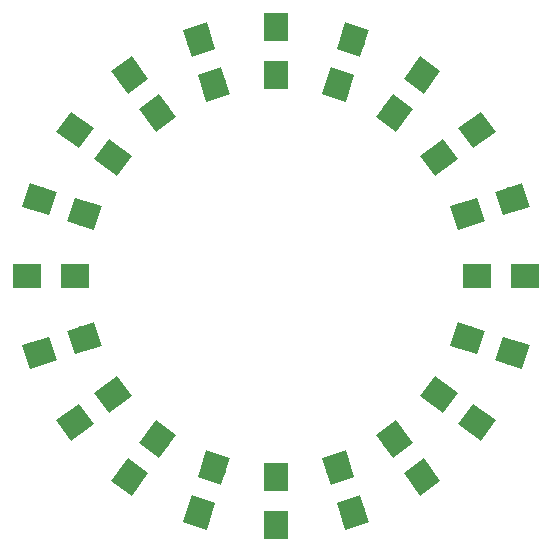
<source format=gts>
G04 #@! TF.GenerationSoftware,KiCad,Pcbnew,(5.1.0-0)*
G04 #@! TF.CreationDate,2019-09-28T00:10:19+01:00*
G04 #@! TF.ProjectId,badge,62616467-652e-46b6-9963-61645f706362,rev?*
G04 #@! TF.SameCoordinates,Original*
G04 #@! TF.FileFunction,Soldermask,Top*
G04 #@! TF.FilePolarity,Negative*
%FSLAX46Y46*%
G04 Gerber Fmt 4.6, Leading zero omitted, Abs format (unit mm)*
G04 Created by KiCad (PCBNEW (5.1.0-0)) date 2019-09-28 00:10:19*
%MOMM*%
%LPD*%
G04 APERTURE LIST*
%ADD10R,2.400000X2.100000*%
%ADD11C,2.100000*%
%ADD12C,0.100000*%
%ADD13R,2.100000X2.400000*%
G04 APERTURE END LIST*
D10*
X226092000Y-73660000D03*
X230092000Y-73660000D03*
D11*
X225257513Y-78928739D03*
D12*
G36*
X223791777Y-79556528D02*
G01*
X224440713Y-77559309D01*
X226723249Y-78300950D01*
X226074313Y-80298169D01*
X223791777Y-79556528D01*
X223791777Y-79556528D01*
G37*
D11*
X229061739Y-80164807D03*
D12*
G36*
X227596003Y-80792596D02*
G01*
X228244939Y-78795377D01*
X230527475Y-79537018D01*
X229878539Y-81534237D01*
X227596003Y-80792596D01*
X227596003Y-80792596D01*
G37*
D11*
X222835739Y-83681738D03*
D12*
G36*
X221247744Y-83825864D02*
G01*
X222482093Y-82126928D01*
X224423734Y-83537612D01*
X223189385Y-85236548D01*
X221247744Y-83825864D01*
X221247744Y-83825864D01*
G37*
D11*
X226071807Y-86032880D03*
D12*
G36*
X224483812Y-86177006D02*
G01*
X225718161Y-84478070D01*
X227659802Y-85888754D01*
X226425453Y-87587690D01*
X224483812Y-86177006D01*
X224483812Y-86177006D01*
G37*
D11*
X219063738Y-87453739D03*
D12*
G36*
X217508928Y-87100093D02*
G01*
X219207864Y-85865744D01*
X220618548Y-87807385D01*
X218919612Y-89041734D01*
X217508928Y-87100093D01*
X217508928Y-87100093D01*
G37*
D11*
X221414880Y-90689807D03*
D12*
G36*
X219860070Y-90336161D02*
G01*
X221559006Y-89101812D01*
X222969690Y-91043453D01*
X221270754Y-92277802D01*
X219860070Y-90336161D01*
X219860070Y-90336161D01*
G37*
D11*
X214310739Y-89875513D03*
D12*
G36*
X212941309Y-89058713D02*
G01*
X214938528Y-88409777D01*
X215680169Y-90692313D01*
X213682950Y-91341249D01*
X212941309Y-89058713D01*
X212941309Y-89058713D01*
G37*
D11*
X215546807Y-93679739D03*
D12*
G36*
X214177377Y-92862939D02*
G01*
X216174596Y-92214003D01*
X216916237Y-94496539D01*
X214919018Y-95145475D01*
X214177377Y-92862939D01*
X214177377Y-92862939D01*
G37*
D13*
X209042000Y-90710000D03*
X209042000Y-94710000D03*
D11*
X203773260Y-89875513D03*
D12*
G36*
X203145471Y-88409777D02*
G01*
X205142690Y-89058713D01*
X204401049Y-91341249D01*
X202403830Y-90692313D01*
X203145471Y-88409777D01*
X203145471Y-88409777D01*
G37*
D11*
X202537192Y-93679739D03*
D12*
G36*
X201909403Y-92214003D02*
G01*
X203906622Y-92862939D01*
X203164981Y-95145475D01*
X201167762Y-94496539D01*
X201909403Y-92214003D01*
X201909403Y-92214003D01*
G37*
D11*
X199020261Y-87453739D03*
D12*
G36*
X198876135Y-85865744D02*
G01*
X200575071Y-87100093D01*
X199164387Y-89041734D01*
X197465451Y-87807385D01*
X198876135Y-85865744D01*
X198876135Y-85865744D01*
G37*
D11*
X196669119Y-90689807D03*
D12*
G36*
X196524993Y-89101812D02*
G01*
X198223929Y-90336161D01*
X196813245Y-92277802D01*
X195114309Y-91043453D01*
X196524993Y-89101812D01*
X196524993Y-89101812D01*
G37*
D11*
X195248261Y-83681738D03*
D12*
G36*
X195601907Y-82126928D02*
G01*
X196836256Y-83825864D01*
X194894615Y-85236548D01*
X193660266Y-83537612D01*
X195601907Y-82126928D01*
X195601907Y-82126928D01*
G37*
D11*
X192012193Y-86032880D03*
D12*
G36*
X192365839Y-84478070D02*
G01*
X193600188Y-86177006D01*
X191658547Y-87587690D01*
X190424198Y-85888754D01*
X192365839Y-84478070D01*
X192365839Y-84478070D01*
G37*
D11*
X192826487Y-78928739D03*
D12*
G36*
X193643287Y-77559309D02*
G01*
X194292223Y-79556528D01*
X192009687Y-80298169D01*
X191360751Y-78300950D01*
X193643287Y-77559309D01*
X193643287Y-77559309D01*
G37*
D11*
X189022261Y-80164807D03*
D12*
G36*
X189839061Y-78795377D02*
G01*
X190487997Y-80792596D01*
X188205461Y-81534237D01*
X187556525Y-79537018D01*
X189839061Y-78795377D01*
X189839061Y-78795377D01*
G37*
D10*
X191992000Y-73660000D03*
X187992000Y-73660000D03*
D11*
X192826487Y-68391260D03*
D12*
G36*
X194292223Y-67763471D02*
G01*
X193643287Y-69760690D01*
X191360751Y-69019049D01*
X192009687Y-67021830D01*
X194292223Y-67763471D01*
X194292223Y-67763471D01*
G37*
D11*
X189022261Y-67155192D03*
D12*
G36*
X190487997Y-66527403D02*
G01*
X189839061Y-68524622D01*
X187556525Y-67782981D01*
X188205461Y-65785762D01*
X190487997Y-66527403D01*
X190487997Y-66527403D01*
G37*
D11*
X195248261Y-63638261D03*
D12*
G36*
X196836256Y-63494135D02*
G01*
X195601907Y-65193071D01*
X193660266Y-63782387D01*
X194894615Y-62083451D01*
X196836256Y-63494135D01*
X196836256Y-63494135D01*
G37*
D11*
X192012193Y-61287119D03*
D12*
G36*
X193600188Y-61142993D02*
G01*
X192365839Y-62841929D01*
X190424198Y-61431245D01*
X191658547Y-59732309D01*
X193600188Y-61142993D01*
X193600188Y-61142993D01*
G37*
D11*
X199020261Y-59866261D03*
D12*
G36*
X200575071Y-60219907D02*
G01*
X198876135Y-61454256D01*
X197465451Y-59512615D01*
X199164387Y-58278266D01*
X200575071Y-60219907D01*
X200575071Y-60219907D01*
G37*
D11*
X196669119Y-56630193D03*
D12*
G36*
X198223929Y-56983839D02*
G01*
X196524993Y-58218188D01*
X195114309Y-56276547D01*
X196813245Y-55042198D01*
X198223929Y-56983839D01*
X198223929Y-56983839D01*
G37*
D11*
X203773260Y-57444487D03*
D12*
G36*
X205142690Y-58261287D02*
G01*
X203145471Y-58910223D01*
X202403830Y-56627687D01*
X204401049Y-55978751D01*
X205142690Y-58261287D01*
X205142690Y-58261287D01*
G37*
D11*
X202537192Y-53640261D03*
D12*
G36*
X203906622Y-54457061D02*
G01*
X201909403Y-55105997D01*
X201167762Y-52823461D01*
X203164981Y-52174525D01*
X203906622Y-54457061D01*
X203906622Y-54457061D01*
G37*
D13*
X209041999Y-56610000D03*
X209041999Y-52610000D03*
D11*
X214310739Y-57444487D03*
D12*
G36*
X214938528Y-58910223D02*
G01*
X212941309Y-58261287D01*
X213682950Y-55978751D01*
X215680169Y-56627687D01*
X214938528Y-58910223D01*
X214938528Y-58910223D01*
G37*
D11*
X215546807Y-53640261D03*
D12*
G36*
X216174596Y-55105997D02*
G01*
X214177377Y-54457061D01*
X214919018Y-52174525D01*
X216916237Y-52823461D01*
X216174596Y-55105997D01*
X216174596Y-55105997D01*
G37*
D11*
X219063738Y-59866261D03*
D12*
G36*
X219207864Y-61454256D02*
G01*
X217508928Y-60219907D01*
X218919612Y-58278266D01*
X220618548Y-59512615D01*
X219207864Y-61454256D01*
X219207864Y-61454256D01*
G37*
D11*
X221414880Y-56630193D03*
D12*
G36*
X221559006Y-58218188D02*
G01*
X219860070Y-56983839D01*
X221270754Y-55042198D01*
X222969690Y-56276547D01*
X221559006Y-58218188D01*
X221559006Y-58218188D01*
G37*
D11*
X222835739Y-63638261D03*
D12*
G36*
X222482093Y-65193071D02*
G01*
X221247744Y-63494135D01*
X223189385Y-62083451D01*
X224423734Y-63782387D01*
X222482093Y-65193071D01*
X222482093Y-65193071D01*
G37*
D11*
X226071807Y-61287119D03*
D12*
G36*
X225718161Y-62841929D02*
G01*
X224483812Y-61142993D01*
X226425453Y-59732309D01*
X227659802Y-61431245D01*
X225718161Y-62841929D01*
X225718161Y-62841929D01*
G37*
D11*
X225257513Y-68391260D03*
D12*
G36*
X224440713Y-69760690D02*
G01*
X223791777Y-67763471D01*
X226074313Y-67021830D01*
X226723249Y-69019049D01*
X224440713Y-69760690D01*
X224440713Y-69760690D01*
G37*
D11*
X229061739Y-67155192D03*
D12*
G36*
X228244939Y-68524622D02*
G01*
X227596003Y-66527403D01*
X229878539Y-65785762D01*
X230527475Y-67782981D01*
X228244939Y-68524622D01*
X228244939Y-68524622D01*
G37*
M02*

</source>
